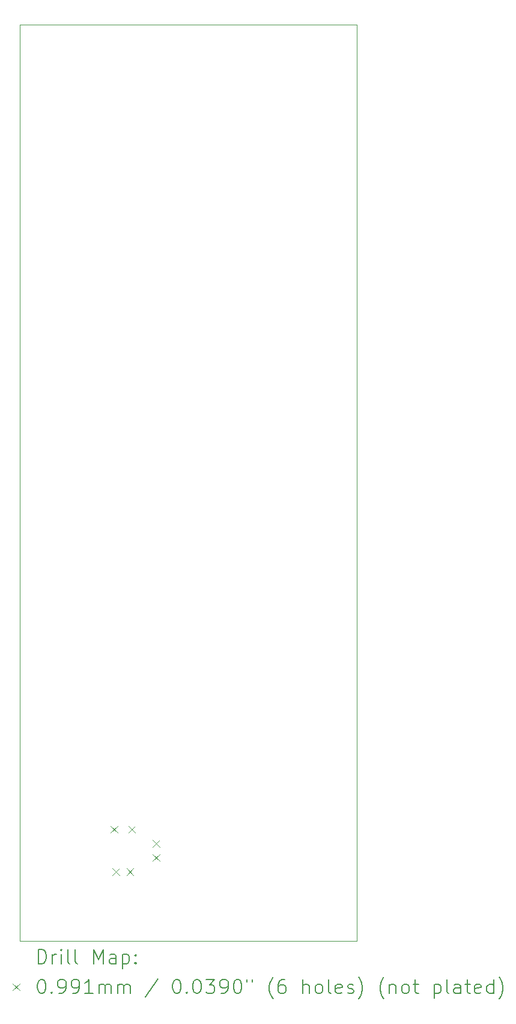
<source format=gbr>
%TF.GenerationSoftware,KiCad,Pcbnew,7.0.9*%
%TF.CreationDate,2025-03-02T20:13:20-05:00*%
%TF.ProjectId,Module_Relay_PCB,4d6f6475-6c65-45f5-9265-6c61795f5043,rev?*%
%TF.SameCoordinates,Original*%
%TF.FileFunction,Drillmap*%
%TF.FilePolarity,Positive*%
%FSLAX45Y45*%
G04 Gerber Fmt 4.5, Leading zero omitted, Abs format (unit mm)*
G04 Created by KiCad (PCBNEW 7.0.9) date 2025-03-02 20:13:20*
%MOMM*%
%LPD*%
G01*
G04 APERTURE LIST*
%ADD10C,0.100000*%
%ADD11C,0.200000*%
G04 APERTURE END LIST*
D10*
X9300000Y-4458000D02*
X14050000Y-4458000D01*
X14050000Y-17358000D01*
X9300000Y-17358000D01*
X9300000Y-4458000D01*
D11*
D10*
X10574741Y-15734500D02*
X10673801Y-15833560D01*
X10673801Y-15734500D02*
X10574741Y-15833560D01*
X10600140Y-16333940D02*
X10699200Y-16433000D01*
X10699200Y-16333940D02*
X10600140Y-16433000D01*
X10800800Y-16333940D02*
X10899860Y-16433000D01*
X10899860Y-16333940D02*
X10800800Y-16433000D01*
X10826201Y-15734500D02*
X10925261Y-15833560D01*
X10925261Y-15734500D02*
X10826201Y-15833560D01*
X11170370Y-15933890D02*
X11269430Y-16032950D01*
X11269430Y-15933890D02*
X11170370Y-16032950D01*
X11170370Y-16134550D02*
X11269430Y-16233610D01*
X11269430Y-16134550D02*
X11170370Y-16233610D01*
D11*
X9555777Y-17674484D02*
X9555777Y-17474484D01*
X9555777Y-17474484D02*
X9603396Y-17474484D01*
X9603396Y-17474484D02*
X9631967Y-17484008D01*
X9631967Y-17484008D02*
X9651015Y-17503055D01*
X9651015Y-17503055D02*
X9660539Y-17522103D01*
X9660539Y-17522103D02*
X9670063Y-17560198D01*
X9670063Y-17560198D02*
X9670063Y-17588770D01*
X9670063Y-17588770D02*
X9660539Y-17626865D01*
X9660539Y-17626865D02*
X9651015Y-17645912D01*
X9651015Y-17645912D02*
X9631967Y-17664960D01*
X9631967Y-17664960D02*
X9603396Y-17674484D01*
X9603396Y-17674484D02*
X9555777Y-17674484D01*
X9755777Y-17674484D02*
X9755777Y-17541150D01*
X9755777Y-17579246D02*
X9765301Y-17560198D01*
X9765301Y-17560198D02*
X9774824Y-17550674D01*
X9774824Y-17550674D02*
X9793872Y-17541150D01*
X9793872Y-17541150D02*
X9812920Y-17541150D01*
X9879586Y-17674484D02*
X9879586Y-17541150D01*
X9879586Y-17474484D02*
X9870063Y-17484008D01*
X9870063Y-17484008D02*
X9879586Y-17493531D01*
X9879586Y-17493531D02*
X9889110Y-17484008D01*
X9889110Y-17484008D02*
X9879586Y-17474484D01*
X9879586Y-17474484D02*
X9879586Y-17493531D01*
X10003396Y-17674484D02*
X9984348Y-17664960D01*
X9984348Y-17664960D02*
X9974824Y-17645912D01*
X9974824Y-17645912D02*
X9974824Y-17474484D01*
X10108158Y-17674484D02*
X10089110Y-17664960D01*
X10089110Y-17664960D02*
X10079586Y-17645912D01*
X10079586Y-17645912D02*
X10079586Y-17474484D01*
X10336729Y-17674484D02*
X10336729Y-17474484D01*
X10336729Y-17474484D02*
X10403396Y-17617341D01*
X10403396Y-17617341D02*
X10470063Y-17474484D01*
X10470063Y-17474484D02*
X10470063Y-17674484D01*
X10651015Y-17674484D02*
X10651015Y-17569722D01*
X10651015Y-17569722D02*
X10641491Y-17550674D01*
X10641491Y-17550674D02*
X10622444Y-17541150D01*
X10622444Y-17541150D02*
X10584348Y-17541150D01*
X10584348Y-17541150D02*
X10565301Y-17550674D01*
X10651015Y-17664960D02*
X10631967Y-17674484D01*
X10631967Y-17674484D02*
X10584348Y-17674484D01*
X10584348Y-17674484D02*
X10565301Y-17664960D01*
X10565301Y-17664960D02*
X10555777Y-17645912D01*
X10555777Y-17645912D02*
X10555777Y-17626865D01*
X10555777Y-17626865D02*
X10565301Y-17607817D01*
X10565301Y-17607817D02*
X10584348Y-17598293D01*
X10584348Y-17598293D02*
X10631967Y-17598293D01*
X10631967Y-17598293D02*
X10651015Y-17588770D01*
X10746253Y-17541150D02*
X10746253Y-17741150D01*
X10746253Y-17550674D02*
X10765301Y-17541150D01*
X10765301Y-17541150D02*
X10803396Y-17541150D01*
X10803396Y-17541150D02*
X10822444Y-17550674D01*
X10822444Y-17550674D02*
X10831967Y-17560198D01*
X10831967Y-17560198D02*
X10841491Y-17579246D01*
X10841491Y-17579246D02*
X10841491Y-17636389D01*
X10841491Y-17636389D02*
X10831967Y-17655436D01*
X10831967Y-17655436D02*
X10822444Y-17664960D01*
X10822444Y-17664960D02*
X10803396Y-17674484D01*
X10803396Y-17674484D02*
X10765301Y-17674484D01*
X10765301Y-17674484D02*
X10746253Y-17664960D01*
X10927205Y-17655436D02*
X10936729Y-17664960D01*
X10936729Y-17664960D02*
X10927205Y-17674484D01*
X10927205Y-17674484D02*
X10917682Y-17664960D01*
X10917682Y-17664960D02*
X10927205Y-17655436D01*
X10927205Y-17655436D02*
X10927205Y-17674484D01*
X10927205Y-17550674D02*
X10936729Y-17560198D01*
X10936729Y-17560198D02*
X10927205Y-17569722D01*
X10927205Y-17569722D02*
X10917682Y-17560198D01*
X10917682Y-17560198D02*
X10927205Y-17550674D01*
X10927205Y-17550674D02*
X10927205Y-17569722D01*
D10*
X9195940Y-17953470D02*
X9295000Y-18052530D01*
X9295000Y-17953470D02*
X9195940Y-18052530D01*
D11*
X9593872Y-17894484D02*
X9612920Y-17894484D01*
X9612920Y-17894484D02*
X9631967Y-17904008D01*
X9631967Y-17904008D02*
X9641491Y-17913531D01*
X9641491Y-17913531D02*
X9651015Y-17932579D01*
X9651015Y-17932579D02*
X9660539Y-17970674D01*
X9660539Y-17970674D02*
X9660539Y-18018293D01*
X9660539Y-18018293D02*
X9651015Y-18056389D01*
X9651015Y-18056389D02*
X9641491Y-18075436D01*
X9641491Y-18075436D02*
X9631967Y-18084960D01*
X9631967Y-18084960D02*
X9612920Y-18094484D01*
X9612920Y-18094484D02*
X9593872Y-18094484D01*
X9593872Y-18094484D02*
X9574824Y-18084960D01*
X9574824Y-18084960D02*
X9565301Y-18075436D01*
X9565301Y-18075436D02*
X9555777Y-18056389D01*
X9555777Y-18056389D02*
X9546253Y-18018293D01*
X9546253Y-18018293D02*
X9546253Y-17970674D01*
X9546253Y-17970674D02*
X9555777Y-17932579D01*
X9555777Y-17932579D02*
X9565301Y-17913531D01*
X9565301Y-17913531D02*
X9574824Y-17904008D01*
X9574824Y-17904008D02*
X9593872Y-17894484D01*
X9746253Y-18075436D02*
X9755777Y-18084960D01*
X9755777Y-18084960D02*
X9746253Y-18094484D01*
X9746253Y-18094484D02*
X9736729Y-18084960D01*
X9736729Y-18084960D02*
X9746253Y-18075436D01*
X9746253Y-18075436D02*
X9746253Y-18094484D01*
X9851015Y-18094484D02*
X9889110Y-18094484D01*
X9889110Y-18094484D02*
X9908158Y-18084960D01*
X9908158Y-18084960D02*
X9917682Y-18075436D01*
X9917682Y-18075436D02*
X9936729Y-18046865D01*
X9936729Y-18046865D02*
X9946253Y-18008770D01*
X9946253Y-18008770D02*
X9946253Y-17932579D01*
X9946253Y-17932579D02*
X9936729Y-17913531D01*
X9936729Y-17913531D02*
X9927205Y-17904008D01*
X9927205Y-17904008D02*
X9908158Y-17894484D01*
X9908158Y-17894484D02*
X9870063Y-17894484D01*
X9870063Y-17894484D02*
X9851015Y-17904008D01*
X9851015Y-17904008D02*
X9841491Y-17913531D01*
X9841491Y-17913531D02*
X9831967Y-17932579D01*
X9831967Y-17932579D02*
X9831967Y-17980198D01*
X9831967Y-17980198D02*
X9841491Y-17999246D01*
X9841491Y-17999246D02*
X9851015Y-18008770D01*
X9851015Y-18008770D02*
X9870063Y-18018293D01*
X9870063Y-18018293D02*
X9908158Y-18018293D01*
X9908158Y-18018293D02*
X9927205Y-18008770D01*
X9927205Y-18008770D02*
X9936729Y-17999246D01*
X9936729Y-17999246D02*
X9946253Y-17980198D01*
X10041491Y-18094484D02*
X10079586Y-18094484D01*
X10079586Y-18094484D02*
X10098634Y-18084960D01*
X10098634Y-18084960D02*
X10108158Y-18075436D01*
X10108158Y-18075436D02*
X10127205Y-18046865D01*
X10127205Y-18046865D02*
X10136729Y-18008770D01*
X10136729Y-18008770D02*
X10136729Y-17932579D01*
X10136729Y-17932579D02*
X10127205Y-17913531D01*
X10127205Y-17913531D02*
X10117682Y-17904008D01*
X10117682Y-17904008D02*
X10098634Y-17894484D01*
X10098634Y-17894484D02*
X10060539Y-17894484D01*
X10060539Y-17894484D02*
X10041491Y-17904008D01*
X10041491Y-17904008D02*
X10031967Y-17913531D01*
X10031967Y-17913531D02*
X10022444Y-17932579D01*
X10022444Y-17932579D02*
X10022444Y-17980198D01*
X10022444Y-17980198D02*
X10031967Y-17999246D01*
X10031967Y-17999246D02*
X10041491Y-18008770D01*
X10041491Y-18008770D02*
X10060539Y-18018293D01*
X10060539Y-18018293D02*
X10098634Y-18018293D01*
X10098634Y-18018293D02*
X10117682Y-18008770D01*
X10117682Y-18008770D02*
X10127205Y-17999246D01*
X10127205Y-17999246D02*
X10136729Y-17980198D01*
X10327205Y-18094484D02*
X10212920Y-18094484D01*
X10270063Y-18094484D02*
X10270063Y-17894484D01*
X10270063Y-17894484D02*
X10251015Y-17923055D01*
X10251015Y-17923055D02*
X10231967Y-17942103D01*
X10231967Y-17942103D02*
X10212920Y-17951627D01*
X10412920Y-18094484D02*
X10412920Y-17961150D01*
X10412920Y-17980198D02*
X10422444Y-17970674D01*
X10422444Y-17970674D02*
X10441491Y-17961150D01*
X10441491Y-17961150D02*
X10470063Y-17961150D01*
X10470063Y-17961150D02*
X10489110Y-17970674D01*
X10489110Y-17970674D02*
X10498634Y-17989722D01*
X10498634Y-17989722D02*
X10498634Y-18094484D01*
X10498634Y-17989722D02*
X10508158Y-17970674D01*
X10508158Y-17970674D02*
X10527205Y-17961150D01*
X10527205Y-17961150D02*
X10555777Y-17961150D01*
X10555777Y-17961150D02*
X10574825Y-17970674D01*
X10574825Y-17970674D02*
X10584348Y-17989722D01*
X10584348Y-17989722D02*
X10584348Y-18094484D01*
X10679586Y-18094484D02*
X10679586Y-17961150D01*
X10679586Y-17980198D02*
X10689110Y-17970674D01*
X10689110Y-17970674D02*
X10708158Y-17961150D01*
X10708158Y-17961150D02*
X10736729Y-17961150D01*
X10736729Y-17961150D02*
X10755777Y-17970674D01*
X10755777Y-17970674D02*
X10765301Y-17989722D01*
X10765301Y-17989722D02*
X10765301Y-18094484D01*
X10765301Y-17989722D02*
X10774825Y-17970674D01*
X10774825Y-17970674D02*
X10793872Y-17961150D01*
X10793872Y-17961150D02*
X10822444Y-17961150D01*
X10822444Y-17961150D02*
X10841491Y-17970674D01*
X10841491Y-17970674D02*
X10851015Y-17989722D01*
X10851015Y-17989722D02*
X10851015Y-18094484D01*
X11241491Y-17884960D02*
X11070063Y-18142103D01*
X11498634Y-17894484D02*
X11517682Y-17894484D01*
X11517682Y-17894484D02*
X11536729Y-17904008D01*
X11536729Y-17904008D02*
X11546253Y-17913531D01*
X11546253Y-17913531D02*
X11555777Y-17932579D01*
X11555777Y-17932579D02*
X11565301Y-17970674D01*
X11565301Y-17970674D02*
X11565301Y-18018293D01*
X11565301Y-18018293D02*
X11555777Y-18056389D01*
X11555777Y-18056389D02*
X11546253Y-18075436D01*
X11546253Y-18075436D02*
X11536729Y-18084960D01*
X11536729Y-18084960D02*
X11517682Y-18094484D01*
X11517682Y-18094484D02*
X11498634Y-18094484D01*
X11498634Y-18094484D02*
X11479586Y-18084960D01*
X11479586Y-18084960D02*
X11470063Y-18075436D01*
X11470063Y-18075436D02*
X11460539Y-18056389D01*
X11460539Y-18056389D02*
X11451015Y-18018293D01*
X11451015Y-18018293D02*
X11451015Y-17970674D01*
X11451015Y-17970674D02*
X11460539Y-17932579D01*
X11460539Y-17932579D02*
X11470063Y-17913531D01*
X11470063Y-17913531D02*
X11479586Y-17904008D01*
X11479586Y-17904008D02*
X11498634Y-17894484D01*
X11651015Y-18075436D02*
X11660539Y-18084960D01*
X11660539Y-18084960D02*
X11651015Y-18094484D01*
X11651015Y-18094484D02*
X11641491Y-18084960D01*
X11641491Y-18084960D02*
X11651015Y-18075436D01*
X11651015Y-18075436D02*
X11651015Y-18094484D01*
X11784348Y-17894484D02*
X11803396Y-17894484D01*
X11803396Y-17894484D02*
X11822444Y-17904008D01*
X11822444Y-17904008D02*
X11831967Y-17913531D01*
X11831967Y-17913531D02*
X11841491Y-17932579D01*
X11841491Y-17932579D02*
X11851015Y-17970674D01*
X11851015Y-17970674D02*
X11851015Y-18018293D01*
X11851015Y-18018293D02*
X11841491Y-18056389D01*
X11841491Y-18056389D02*
X11831967Y-18075436D01*
X11831967Y-18075436D02*
X11822444Y-18084960D01*
X11822444Y-18084960D02*
X11803396Y-18094484D01*
X11803396Y-18094484D02*
X11784348Y-18094484D01*
X11784348Y-18094484D02*
X11765301Y-18084960D01*
X11765301Y-18084960D02*
X11755777Y-18075436D01*
X11755777Y-18075436D02*
X11746253Y-18056389D01*
X11746253Y-18056389D02*
X11736729Y-18018293D01*
X11736729Y-18018293D02*
X11736729Y-17970674D01*
X11736729Y-17970674D02*
X11746253Y-17932579D01*
X11746253Y-17932579D02*
X11755777Y-17913531D01*
X11755777Y-17913531D02*
X11765301Y-17904008D01*
X11765301Y-17904008D02*
X11784348Y-17894484D01*
X11917682Y-17894484D02*
X12041491Y-17894484D01*
X12041491Y-17894484D02*
X11974825Y-17970674D01*
X11974825Y-17970674D02*
X12003396Y-17970674D01*
X12003396Y-17970674D02*
X12022444Y-17980198D01*
X12022444Y-17980198D02*
X12031967Y-17989722D01*
X12031967Y-17989722D02*
X12041491Y-18008770D01*
X12041491Y-18008770D02*
X12041491Y-18056389D01*
X12041491Y-18056389D02*
X12031967Y-18075436D01*
X12031967Y-18075436D02*
X12022444Y-18084960D01*
X12022444Y-18084960D02*
X12003396Y-18094484D01*
X12003396Y-18094484D02*
X11946253Y-18094484D01*
X11946253Y-18094484D02*
X11927206Y-18084960D01*
X11927206Y-18084960D02*
X11917682Y-18075436D01*
X12136729Y-18094484D02*
X12174825Y-18094484D01*
X12174825Y-18094484D02*
X12193872Y-18084960D01*
X12193872Y-18084960D02*
X12203396Y-18075436D01*
X12203396Y-18075436D02*
X12222444Y-18046865D01*
X12222444Y-18046865D02*
X12231967Y-18008770D01*
X12231967Y-18008770D02*
X12231967Y-17932579D01*
X12231967Y-17932579D02*
X12222444Y-17913531D01*
X12222444Y-17913531D02*
X12212920Y-17904008D01*
X12212920Y-17904008D02*
X12193872Y-17894484D01*
X12193872Y-17894484D02*
X12155777Y-17894484D01*
X12155777Y-17894484D02*
X12136729Y-17904008D01*
X12136729Y-17904008D02*
X12127206Y-17913531D01*
X12127206Y-17913531D02*
X12117682Y-17932579D01*
X12117682Y-17932579D02*
X12117682Y-17980198D01*
X12117682Y-17980198D02*
X12127206Y-17999246D01*
X12127206Y-17999246D02*
X12136729Y-18008770D01*
X12136729Y-18008770D02*
X12155777Y-18018293D01*
X12155777Y-18018293D02*
X12193872Y-18018293D01*
X12193872Y-18018293D02*
X12212920Y-18008770D01*
X12212920Y-18008770D02*
X12222444Y-17999246D01*
X12222444Y-17999246D02*
X12231967Y-17980198D01*
X12355777Y-17894484D02*
X12374825Y-17894484D01*
X12374825Y-17894484D02*
X12393872Y-17904008D01*
X12393872Y-17904008D02*
X12403396Y-17913531D01*
X12403396Y-17913531D02*
X12412920Y-17932579D01*
X12412920Y-17932579D02*
X12422444Y-17970674D01*
X12422444Y-17970674D02*
X12422444Y-18018293D01*
X12422444Y-18018293D02*
X12412920Y-18056389D01*
X12412920Y-18056389D02*
X12403396Y-18075436D01*
X12403396Y-18075436D02*
X12393872Y-18084960D01*
X12393872Y-18084960D02*
X12374825Y-18094484D01*
X12374825Y-18094484D02*
X12355777Y-18094484D01*
X12355777Y-18094484D02*
X12336729Y-18084960D01*
X12336729Y-18084960D02*
X12327206Y-18075436D01*
X12327206Y-18075436D02*
X12317682Y-18056389D01*
X12317682Y-18056389D02*
X12308158Y-18018293D01*
X12308158Y-18018293D02*
X12308158Y-17970674D01*
X12308158Y-17970674D02*
X12317682Y-17932579D01*
X12317682Y-17932579D02*
X12327206Y-17913531D01*
X12327206Y-17913531D02*
X12336729Y-17904008D01*
X12336729Y-17904008D02*
X12355777Y-17894484D01*
X12498634Y-17894484D02*
X12498634Y-17932579D01*
X12574825Y-17894484D02*
X12574825Y-17932579D01*
X12870063Y-18170674D02*
X12860539Y-18161150D01*
X12860539Y-18161150D02*
X12841491Y-18132579D01*
X12841491Y-18132579D02*
X12831968Y-18113531D01*
X12831968Y-18113531D02*
X12822444Y-18084960D01*
X12822444Y-18084960D02*
X12812920Y-18037341D01*
X12812920Y-18037341D02*
X12812920Y-17999246D01*
X12812920Y-17999246D02*
X12822444Y-17951627D01*
X12822444Y-17951627D02*
X12831968Y-17923055D01*
X12831968Y-17923055D02*
X12841491Y-17904008D01*
X12841491Y-17904008D02*
X12860539Y-17875436D01*
X12860539Y-17875436D02*
X12870063Y-17865912D01*
X13031968Y-17894484D02*
X12993872Y-17894484D01*
X12993872Y-17894484D02*
X12974825Y-17904008D01*
X12974825Y-17904008D02*
X12965301Y-17913531D01*
X12965301Y-17913531D02*
X12946253Y-17942103D01*
X12946253Y-17942103D02*
X12936729Y-17980198D01*
X12936729Y-17980198D02*
X12936729Y-18056389D01*
X12936729Y-18056389D02*
X12946253Y-18075436D01*
X12946253Y-18075436D02*
X12955777Y-18084960D01*
X12955777Y-18084960D02*
X12974825Y-18094484D01*
X12974825Y-18094484D02*
X13012920Y-18094484D01*
X13012920Y-18094484D02*
X13031968Y-18084960D01*
X13031968Y-18084960D02*
X13041491Y-18075436D01*
X13041491Y-18075436D02*
X13051015Y-18056389D01*
X13051015Y-18056389D02*
X13051015Y-18008770D01*
X13051015Y-18008770D02*
X13041491Y-17989722D01*
X13041491Y-17989722D02*
X13031968Y-17980198D01*
X13031968Y-17980198D02*
X13012920Y-17970674D01*
X13012920Y-17970674D02*
X12974825Y-17970674D01*
X12974825Y-17970674D02*
X12955777Y-17980198D01*
X12955777Y-17980198D02*
X12946253Y-17989722D01*
X12946253Y-17989722D02*
X12936729Y-18008770D01*
X13289110Y-18094484D02*
X13289110Y-17894484D01*
X13374825Y-18094484D02*
X13374825Y-17989722D01*
X13374825Y-17989722D02*
X13365301Y-17970674D01*
X13365301Y-17970674D02*
X13346253Y-17961150D01*
X13346253Y-17961150D02*
X13317682Y-17961150D01*
X13317682Y-17961150D02*
X13298634Y-17970674D01*
X13298634Y-17970674D02*
X13289110Y-17980198D01*
X13498634Y-18094484D02*
X13479587Y-18084960D01*
X13479587Y-18084960D02*
X13470063Y-18075436D01*
X13470063Y-18075436D02*
X13460539Y-18056389D01*
X13460539Y-18056389D02*
X13460539Y-17999246D01*
X13460539Y-17999246D02*
X13470063Y-17980198D01*
X13470063Y-17980198D02*
X13479587Y-17970674D01*
X13479587Y-17970674D02*
X13498634Y-17961150D01*
X13498634Y-17961150D02*
X13527206Y-17961150D01*
X13527206Y-17961150D02*
X13546253Y-17970674D01*
X13546253Y-17970674D02*
X13555777Y-17980198D01*
X13555777Y-17980198D02*
X13565301Y-17999246D01*
X13565301Y-17999246D02*
X13565301Y-18056389D01*
X13565301Y-18056389D02*
X13555777Y-18075436D01*
X13555777Y-18075436D02*
X13546253Y-18084960D01*
X13546253Y-18084960D02*
X13527206Y-18094484D01*
X13527206Y-18094484D02*
X13498634Y-18094484D01*
X13679587Y-18094484D02*
X13660539Y-18084960D01*
X13660539Y-18084960D02*
X13651015Y-18065912D01*
X13651015Y-18065912D02*
X13651015Y-17894484D01*
X13831968Y-18084960D02*
X13812920Y-18094484D01*
X13812920Y-18094484D02*
X13774825Y-18094484D01*
X13774825Y-18094484D02*
X13755777Y-18084960D01*
X13755777Y-18084960D02*
X13746253Y-18065912D01*
X13746253Y-18065912D02*
X13746253Y-17989722D01*
X13746253Y-17989722D02*
X13755777Y-17970674D01*
X13755777Y-17970674D02*
X13774825Y-17961150D01*
X13774825Y-17961150D02*
X13812920Y-17961150D01*
X13812920Y-17961150D02*
X13831968Y-17970674D01*
X13831968Y-17970674D02*
X13841491Y-17989722D01*
X13841491Y-17989722D02*
X13841491Y-18008770D01*
X13841491Y-18008770D02*
X13746253Y-18027817D01*
X13917682Y-18084960D02*
X13936730Y-18094484D01*
X13936730Y-18094484D02*
X13974825Y-18094484D01*
X13974825Y-18094484D02*
X13993872Y-18084960D01*
X13993872Y-18084960D02*
X14003396Y-18065912D01*
X14003396Y-18065912D02*
X14003396Y-18056389D01*
X14003396Y-18056389D02*
X13993872Y-18037341D01*
X13993872Y-18037341D02*
X13974825Y-18027817D01*
X13974825Y-18027817D02*
X13946253Y-18027817D01*
X13946253Y-18027817D02*
X13927206Y-18018293D01*
X13927206Y-18018293D02*
X13917682Y-17999246D01*
X13917682Y-17999246D02*
X13917682Y-17989722D01*
X13917682Y-17989722D02*
X13927206Y-17970674D01*
X13927206Y-17970674D02*
X13946253Y-17961150D01*
X13946253Y-17961150D02*
X13974825Y-17961150D01*
X13974825Y-17961150D02*
X13993872Y-17970674D01*
X14070063Y-18170674D02*
X14079587Y-18161150D01*
X14079587Y-18161150D02*
X14098634Y-18132579D01*
X14098634Y-18132579D02*
X14108158Y-18113531D01*
X14108158Y-18113531D02*
X14117682Y-18084960D01*
X14117682Y-18084960D02*
X14127206Y-18037341D01*
X14127206Y-18037341D02*
X14127206Y-17999246D01*
X14127206Y-17999246D02*
X14117682Y-17951627D01*
X14117682Y-17951627D02*
X14108158Y-17923055D01*
X14108158Y-17923055D02*
X14098634Y-17904008D01*
X14098634Y-17904008D02*
X14079587Y-17875436D01*
X14079587Y-17875436D02*
X14070063Y-17865912D01*
X14431968Y-18170674D02*
X14422444Y-18161150D01*
X14422444Y-18161150D02*
X14403396Y-18132579D01*
X14403396Y-18132579D02*
X14393872Y-18113531D01*
X14393872Y-18113531D02*
X14384349Y-18084960D01*
X14384349Y-18084960D02*
X14374825Y-18037341D01*
X14374825Y-18037341D02*
X14374825Y-17999246D01*
X14374825Y-17999246D02*
X14384349Y-17951627D01*
X14384349Y-17951627D02*
X14393872Y-17923055D01*
X14393872Y-17923055D02*
X14403396Y-17904008D01*
X14403396Y-17904008D02*
X14422444Y-17875436D01*
X14422444Y-17875436D02*
X14431968Y-17865912D01*
X14508158Y-17961150D02*
X14508158Y-18094484D01*
X14508158Y-17980198D02*
X14517682Y-17970674D01*
X14517682Y-17970674D02*
X14536730Y-17961150D01*
X14536730Y-17961150D02*
X14565301Y-17961150D01*
X14565301Y-17961150D02*
X14584349Y-17970674D01*
X14584349Y-17970674D02*
X14593872Y-17989722D01*
X14593872Y-17989722D02*
X14593872Y-18094484D01*
X14717682Y-18094484D02*
X14698634Y-18084960D01*
X14698634Y-18084960D02*
X14689111Y-18075436D01*
X14689111Y-18075436D02*
X14679587Y-18056389D01*
X14679587Y-18056389D02*
X14679587Y-17999246D01*
X14679587Y-17999246D02*
X14689111Y-17980198D01*
X14689111Y-17980198D02*
X14698634Y-17970674D01*
X14698634Y-17970674D02*
X14717682Y-17961150D01*
X14717682Y-17961150D02*
X14746253Y-17961150D01*
X14746253Y-17961150D02*
X14765301Y-17970674D01*
X14765301Y-17970674D02*
X14774825Y-17980198D01*
X14774825Y-17980198D02*
X14784349Y-17999246D01*
X14784349Y-17999246D02*
X14784349Y-18056389D01*
X14784349Y-18056389D02*
X14774825Y-18075436D01*
X14774825Y-18075436D02*
X14765301Y-18084960D01*
X14765301Y-18084960D02*
X14746253Y-18094484D01*
X14746253Y-18094484D02*
X14717682Y-18094484D01*
X14841492Y-17961150D02*
X14917682Y-17961150D01*
X14870063Y-17894484D02*
X14870063Y-18065912D01*
X14870063Y-18065912D02*
X14879587Y-18084960D01*
X14879587Y-18084960D02*
X14898634Y-18094484D01*
X14898634Y-18094484D02*
X14917682Y-18094484D01*
X15136730Y-17961150D02*
X15136730Y-18161150D01*
X15136730Y-17970674D02*
X15155777Y-17961150D01*
X15155777Y-17961150D02*
X15193873Y-17961150D01*
X15193873Y-17961150D02*
X15212920Y-17970674D01*
X15212920Y-17970674D02*
X15222444Y-17980198D01*
X15222444Y-17980198D02*
X15231968Y-17999246D01*
X15231968Y-17999246D02*
X15231968Y-18056389D01*
X15231968Y-18056389D02*
X15222444Y-18075436D01*
X15222444Y-18075436D02*
X15212920Y-18084960D01*
X15212920Y-18084960D02*
X15193873Y-18094484D01*
X15193873Y-18094484D02*
X15155777Y-18094484D01*
X15155777Y-18094484D02*
X15136730Y-18084960D01*
X15346253Y-18094484D02*
X15327206Y-18084960D01*
X15327206Y-18084960D02*
X15317682Y-18065912D01*
X15317682Y-18065912D02*
X15317682Y-17894484D01*
X15508158Y-18094484D02*
X15508158Y-17989722D01*
X15508158Y-17989722D02*
X15498634Y-17970674D01*
X15498634Y-17970674D02*
X15479587Y-17961150D01*
X15479587Y-17961150D02*
X15441492Y-17961150D01*
X15441492Y-17961150D02*
X15422444Y-17970674D01*
X15508158Y-18084960D02*
X15489111Y-18094484D01*
X15489111Y-18094484D02*
X15441492Y-18094484D01*
X15441492Y-18094484D02*
X15422444Y-18084960D01*
X15422444Y-18084960D02*
X15412920Y-18065912D01*
X15412920Y-18065912D02*
X15412920Y-18046865D01*
X15412920Y-18046865D02*
X15422444Y-18027817D01*
X15422444Y-18027817D02*
X15441492Y-18018293D01*
X15441492Y-18018293D02*
X15489111Y-18018293D01*
X15489111Y-18018293D02*
X15508158Y-18008770D01*
X15574825Y-17961150D02*
X15651015Y-17961150D01*
X15603396Y-17894484D02*
X15603396Y-18065912D01*
X15603396Y-18065912D02*
X15612920Y-18084960D01*
X15612920Y-18084960D02*
X15631968Y-18094484D01*
X15631968Y-18094484D02*
X15651015Y-18094484D01*
X15793873Y-18084960D02*
X15774825Y-18094484D01*
X15774825Y-18094484D02*
X15736730Y-18094484D01*
X15736730Y-18094484D02*
X15717682Y-18084960D01*
X15717682Y-18084960D02*
X15708158Y-18065912D01*
X15708158Y-18065912D02*
X15708158Y-17989722D01*
X15708158Y-17989722D02*
X15717682Y-17970674D01*
X15717682Y-17970674D02*
X15736730Y-17961150D01*
X15736730Y-17961150D02*
X15774825Y-17961150D01*
X15774825Y-17961150D02*
X15793873Y-17970674D01*
X15793873Y-17970674D02*
X15803396Y-17989722D01*
X15803396Y-17989722D02*
X15803396Y-18008770D01*
X15803396Y-18008770D02*
X15708158Y-18027817D01*
X15974825Y-18094484D02*
X15974825Y-17894484D01*
X15974825Y-18084960D02*
X15955777Y-18094484D01*
X15955777Y-18094484D02*
X15917682Y-18094484D01*
X15917682Y-18094484D02*
X15898634Y-18084960D01*
X15898634Y-18084960D02*
X15889111Y-18075436D01*
X15889111Y-18075436D02*
X15879587Y-18056389D01*
X15879587Y-18056389D02*
X15879587Y-17999246D01*
X15879587Y-17999246D02*
X15889111Y-17980198D01*
X15889111Y-17980198D02*
X15898634Y-17970674D01*
X15898634Y-17970674D02*
X15917682Y-17961150D01*
X15917682Y-17961150D02*
X15955777Y-17961150D01*
X15955777Y-17961150D02*
X15974825Y-17970674D01*
X16051015Y-18170674D02*
X16060539Y-18161150D01*
X16060539Y-18161150D02*
X16079587Y-18132579D01*
X16079587Y-18132579D02*
X16089111Y-18113531D01*
X16089111Y-18113531D02*
X16098634Y-18084960D01*
X16098634Y-18084960D02*
X16108158Y-18037341D01*
X16108158Y-18037341D02*
X16108158Y-17999246D01*
X16108158Y-17999246D02*
X16098634Y-17951627D01*
X16098634Y-17951627D02*
X16089111Y-17923055D01*
X16089111Y-17923055D02*
X16079587Y-17904008D01*
X16079587Y-17904008D02*
X16060539Y-17875436D01*
X16060539Y-17875436D02*
X16051015Y-17865912D01*
M02*

</source>
